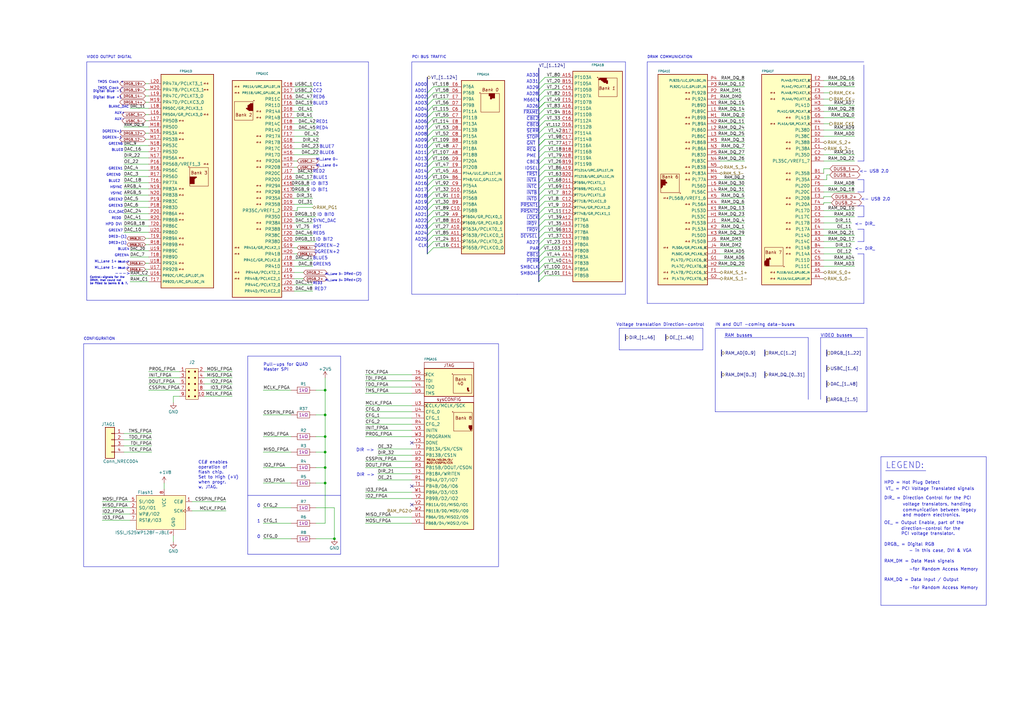
<source format=kicad_sch>
(kicad_sch (version 20230121) (generator eeschema)
  (paper "A3")
  (title_block (title "Open SVGA") (rev "0.14") (comment 1 "Copyright DoomN00b"))
  (junction (at 133.35 191.77))
  (junction (at 137.16 220.98))
  (junction (at 133.35 198.12))
  (junction (at 133.35 185.42))
  (junction (at 133.35 170.18))
  (junction (at 133.35 160.02))
  (junction (at 133.35 179.07))
  (no_connect (at 168.91 207.01))
  (no_connect (at 168.91 199.39))
  (no_connect (at 168.91 181.61))
  (bus_entry (at 177.8 91.44) (size -2.54 2.54))
  (bus_entry (at 177.8 101.6) (size -2.54 2.54))
  (bus_entry (at 177.8 50.8) (size -2.54 2.54))
  (bus_entry (at 223.52 44.45) (size -2.54 2.54))
  (bus_entry (at 177.8 68.58) (size -2.54 2.54))
  (bus_entry (at 177.8 35.56) (size -2.54 2.54))
  (bus_entry (at 177.8 78.74) (size -2.54 2.54))
  (bus_entry (at 177.8 60.96) (size -2.54 2.54))
  (bus_entry (at 223.52 64.77) (size -2.54 2.54))
  (bus_entry (at 223.52 57.15) (size -2.54 2.54))
  (bus_entry (at 220.98 97.79) (size 2.54 -2.54))
  (bus_entry (at 223.52 107.95) (size -2.54 2.54))
  (bus_entry (at 177.8 93.98) (size -2.54 2.54))
  (bus_entry (at 223.52 90.17) (size -2.54 2.54))
  (bus_entry (at 177.8 86.36) (size -2.54 2.54))
  (bus_entry (at 223.52 39.37) (size -2.54 2.54))
  (bus_entry (at 223.52 69.85) (size -2.54 2.54))
  (bus_entry (at 177.8 40.64) (size -2.54 2.54))
  (bus_entry (at 177.8 96.52) (size -2.54 2.54))
  (bus_entry (at 177.8 63.5) (size -2.54 2.54))
  (bus_entry (at 223.52 31.75) (size -2.54 2.54))
  (bus_entry (at 177.8 83.82) (size -2.54 2.54))
  (bus_entry (at 223.52 87.63) (size -2.54 2.54))
  (bus_entry (at 223.52 62.23) (size -2.54 2.54))
  (bus_entry (at 177.8 66.04) (size -2.54 2.54))
  (bus_entry (at 223.52 72.39) (size -2.54 2.54))
  (bus_entry (at 177.8 81.28) (size -2.54 2.54))
  (bus_entry (at 223.52 57.15) (size -2.54 2.54))
  (bus_entry (at 223.52 82.55) (size -2.54 2.54))
  (bus_entry (at 177.8 88.9) (size -2.54 2.54))
  (bus_entry (at 223.52 100.33) (size -2.54 2.54))
  (bus_entry (at 223.52 41.91) (size -2.54 2.54))
  (bus_entry (at 177.8 48.26) (size -2.54 2.54))
  (bus_entry (at 177.8 58.42) (size -2.54 2.54))
  (bus_entry (at 177.8 45.72) (size -2.54 2.54))
  (bus_entry (at 177.8 55.88) (size -2.54 2.54))
  (bus_entry (at 177.8 38.1) (size -2.54 2.54))
  (bus_entry (at 177.8 53.34) (size -2.54 2.54))
  (bus_entry (at 223.52 49.53) (size -2.54 2.54))
  (bus_entry (at 177.8 76.2) (size -2.54 2.54))
  (bus_entry (at 223.52 67.31) (size -2.54 2.54))
  (bus_entry (at 223.52 46.99) (size -2.54 2.54))
  (bus_entry (at 223.52 85.09) (size -2.54 2.54))
  (bus_entry (at 223.52 102.87) (size -2.54 2.54))
  (bus_entry (at 223.52 34.29) (size -2.54 2.54))
  (bus_entry (at 223.52 74.93) (size -2.54 2.54))
  (bus_entry (at 223.52 77.47) (size -2.54 2.54))
  (bus_entry (at 223.52 113.03) (size -2.54 2.54))
  (bus_entry (at 223.52 80.01) (size -2.54 2.54))
  (bus_entry (at 177.8 99.06) (size -2.54 2.54))
  (bus_entry (at 223.52 105.41) (size -2.54 2.54))
  (bus_entry (at 175.26 76.2) (size 2.54 -2.54))
  (bus_entry (at 220.98 95.25) (size 2.54 -2.54))
  (bus_entry (at 223.52 110.49) (size -2.54 2.54))
  (bus_entry (at 177.8 71.12) (size -2.54 2.54))
  (bus_entry (at 223.52 59.69) (size -2.54 2.54))
  (bus_entry (at 177.8 43.18) (size -2.54 2.54))
  (bus_entry (at 223.52 36.83) (size -2.54 2.54))
  (bus_entry (at 223.52 54.61) (size -2.54 2.54))
  (bus_entry (at 223.52 52.07) (size -2.54 2.54))
  (bus_entry (at 223.52 41.91) (size -2.54 2.54))
  (bus_entry (at 223.52 97.79) (size -2.54 2.54))
  (wire (pts (xy 107.95 179.07) (xy 119.38 179.07)))
  (wire (pts (xy 223.52 67.31) (xy 229.87 67.31)))
  (polyline (pts (xy 336.55 138.43) (xy 336.55 163.83)))
  (wire (pts (xy 184.15 60.96) (xy 177.8 60.96)))
  (bus (pts (xy 220.98 80.01) (xy 220.98 82.55)))
  (wire (pts (xy 229.87 77.47) (xy 223.52 77.47)))
  (wire (pts (xy 60.96 102.87) (xy 53.34 102.87)))
  (wire (pts (xy 73.66 160.02) (xy 60.96 160.02)))
  (bus (pts (xy 220.98 54.61) (xy 220.98 57.15)))
  (wire (pts (xy 73.66 152.4) (xy 60.96 152.4)))
  (wire (pts (xy 337.82 106.68) (xy 350.52 106.68)))
  (wire (pts (xy 107.95 191.77) (xy 119.38 191.77)))
  (wire (pts (xy 137.16 208.28) (xy 129.54 208.28)))
  (wire (pts (xy 168.91 201.93) (xy 149.86 201.93)))
  (wire (pts (xy 60.96 95.25) (xy 50.8 95.25)))
  (wire (pts (xy 50.8 180.34) (xy 62.23 180.34)))
  (wire (pts (xy 137.16 220.98) (xy 137.16 208.28)))
  (polyline (pts (xy 288.29 143.51) (xy 288.29 134.62)))
  (wire (pts (xy 295.275 60.96) (xy 305.435 60.96)))
  (bus (pts (xy 175.26 71.12) (xy 175.26 73.66)))
  (bus (pts (xy 175.26 99.06) (xy 175.26 101.6)))
  (bus (pts (xy 220.98 100.33) (xy 220.98 102.87)))
  (bus (pts (xy 220.98 39.37) (xy 220.98 41.91)))
  (wire (pts (xy 223.52 64.77) (xy 229.87 64.77)))
  (wire (pts (xy 120.65 43.18) (xy 128.27 43.18)))
  (bus (pts (xy 175.26 86.36) (xy 175.26 88.9)))
  (wire (pts (xy 177.8 43.18) (xy 184.15 43.18)))
  (wire (pts (xy 295.275 43.18) (xy 305.435 43.18)))
  (polyline (pts (xy 331.47 138.43) (xy 331.47 163.83)))
  (wire (pts (xy 184.15 66.04) (xy 177.8 66.04)))
  (wire (pts (xy 177.8 99.06) (xy 184.15 99.06)))
  (wire (pts (xy 120.65 63.5) (xy 130.81 63.5)))
  (wire (pts (xy 223.52 52.07) (xy 229.87 52.07)))
  (polyline (pts (xy 35.56 123.19) (xy 35.56 25.4)))
  (wire (pts (xy 223.52 49.53) (xy 229.87 49.53)))
  (bus (pts (xy 175.26 40.64) (xy 175.26 43.18)))
  (wire (pts (xy 60.96 72.39) (xy 50.8 72.39)))
  (wire (pts (xy 129.54 191.77) (xy 133.35 191.77)))
  (bus (pts (xy 220.98 62.23) (xy 220.98 64.77)))
  (bus (pts (xy 220.98 97.79) (xy 220.98 100.33)))
  (wire (pts (xy 119.38 160.02) (xy 107.95 160.02)))
  (polyline (pts (xy 354.33 73.66) (xy 354.33 78.74)))
  (wire (pts (xy 337.82 69.215) (xy 337.82 71.12)))
  (wire (pts (xy 223.52 31.75) (xy 229.87 31.75)))
  (wire (pts (xy 60.96 62.23) (xy 50.8 62.23)))
  (wire (pts (xy 184.15 78.74) (xy 177.8 78.74)))
  (wire (pts (xy 229.87 72.39) (xy 223.52 72.39)))
  (wire (pts (xy 184.15 55.88) (xy 177.8 55.88)))
  (wire (pts (xy 340.995 80.645) (xy 337.82 80.645)))
  (wire (pts (xy 120.65 93.98) (xy 127 93.98)))
  (polyline (pts (xy 168.91 120.65) (xy 168.91 25.4)))
  (bus (pts (xy 220.98 90.17) (xy 220.98 92.71)))
  (polyline (pts (xy 293.37 168.91) (xy 355.6 168.91)))
  (wire (pts (xy 133.35 154.94) (xy 133.35 160.02)))
  (wire (pts (xy 305.435 53.34) (xy 295.275 53.34)))
  (wire (pts (xy 149.86 212.09) (xy 168.91 212.09)))
  (wire (pts (xy 73.66 154.94) (xy 60.96 154.94)))
  (bus (pts (xy 175.26 58.42) (xy 175.26 60.96)))
  (wire (pts (xy 60.96 80.01) (xy 50.8 80.01)))
  (wire (pts (xy 168.91 158.75) (xy 149.86 158.75)))
  (polyline (pts (xy 254 143.51) (xy 254 134.62)))
  (wire (pts (xy 223.52 105.41) (xy 229.87 105.41)))
  (wire (pts (xy 60.96 82.55) (xy 50.8 82.55)))
  (wire (pts (xy 119.38 208.28) (xy 107.95 208.28)))
  (bus (pts (xy 175.26 31.75) (xy 175.26 38.1)))
  (bus (pts (xy 339.09 156.21) (xy 339.09 158.75)))
  (wire (pts (xy 133.35 170.18) (xy 133.35 179.07)))
  (bus (pts (xy 220.98 92.71) (xy 220.98 95.25)))
  (polyline (pts (xy 265.43 25.4) (xy 354.33 25.4)))
  (wire (pts (xy 337.82 50.8) (xy 340.36 50.8)))
  (wire (pts (xy 120.65 66.04) (xy 121.92 66.04)))
  (wire (pts (xy 83.82 162.56) (xy 95.25 162.56)))
  (wire (pts (xy 120.65 60.96) (xy 130.81 60.96)))
  (wire (pts (xy 120.65 109.22) (xy 128.27 109.22)))
  (polyline (pts (xy 168.91 25.4) (xy 256.54 25.4)))
  (polyline (pts (xy 265.43 124.46) (xy 265.43 25.4)))
  (wire (pts (xy 184.15 83.82) (xy 177.8 83.82)))
  (bus (pts (xy 220.98 72.39) (xy 220.98 74.93)))
  (wire (pts (xy 295.275 35.56) (xy 305.435 35.56)))
  (wire (pts (xy 53.34 213.36) (xy 41.91 213.36)))
  (wire (pts (xy 120.65 50.8) (xy 129.54 50.8)))
  (wire (pts (xy 177.8 38.1) (xy 184.15 38.1)))
  (wire (pts (xy 62.23 185.42) (xy 50.8 185.42)))
  (wire (pts (xy 60.96 69.85) (xy 50.8 69.85)))
  (wire (pts (xy 83.82 157.48) (xy 95.25 157.48)))
  (polyline (pts (xy 404.495 187.325) (xy 404.495 248.285)))
  (wire (pts (xy 60.96 59.69) (xy 50.8 59.69)))
  (wire (pts (xy 120.65 111.76) (xy 124.46 111.76)))
  (wire (pts (xy 53.34 113.03) (xy 60.96 113.03)))
  (wire (pts (xy 149.86 166.37) (xy 168.91 166.37)))
  (wire (pts (xy 304.165 40.64) (xy 295.275 40.64)))
  (wire (pts (xy 168.91 194.31) (xy 154.94 194.31)))
  (wire (pts (xy 120.65 78.74) (xy 127 78.74)))
  (wire (pts (xy 133.35 170.18) (xy 133.35 160.02)))
  (bus (pts (xy 175.26 88.9) (xy 175.26 91.44)))
  (wire (pts (xy 133.35 191.77) (xy 133.35 198.12)))
  (polyline (pts (xy 101.6 203.2) (xy 139.7 203.2)))
  (wire (pts (xy 154.94 184.15) (xy 168.91 184.15)))
  (wire (pts (xy 304.165 38.1) (xy 295.275 38.1)))
  (wire (pts (xy 339.09 71.755) (xy 340.36 71.755)))
  (wire (pts (xy 154.94 186.69) (xy 168.91 186.69)))
  (bus (pts (xy 175.26 66.04) (xy 175.26 68.58)))
  (wire (pts (xy 168.91 176.53) (xy 149.86 176.53)))
  (polyline (pts (xy 351.79 104.14) (xy 354.33 104.14)))
  (wire (pts (xy 295.275 106.68) (xy 305.435 106.68)))
  (bus (pts (xy 220.98 67.31) (xy 220.98 69.85)))
  (wire (pts (xy 50.8 52.07) (xy 60.96 52.07)))
  (wire (pts (xy 129.54 220.98) (xy 137.16 220.98)))
  (polyline (pts (xy 212.09 120.65) (xy 168.91 120.65)))
  (wire (pts (xy 295.275 104.14) (xy 305.435 104.14)))
  (bus (pts (xy 175.26 48.26) (xy 175.26 50.8)))
  (wire (pts (xy 223.52 54.61) (xy 229.87 54.61)))
  (wire (pts (xy 129.54 214.63) (xy 133.35 214.63)))
  (bus (pts (xy 220.98 69.85) (xy 220.98 72.39)))
  (wire (pts (xy 295.275 78.74) (xy 305.435 78.74)))
  (bus (pts (xy 175.26 76.2) (xy 175.26 78.74)))
  (wire (pts (xy 184.15 68.58) (xy 177.8 68.58)))
  (wire (pts (xy 337.82 63.5) (xy 350.52 63.5)))
  (wire (pts (xy 60.96 100.33) (xy 59.69 100.33)))
  (wire (pts (xy 223.52 34.29) (xy 229.87 34.29)))
  (bus (pts (xy 220.98 95.25) (xy 220.98 97.79)))
  (polyline (pts (xy 361.315 248.285) (xy 361.315 187.325)))
  (wire (pts (xy 168.91 168.91) (xy 149.86 168.91)))
  (wire (pts (xy 60.96 87.63) (xy 50.8 87.63)))
  (polyline (pts (xy 151.13 25.4) (xy 151.13 123.19)))
  (bus (pts (xy 175.26 50.8) (xy 175.26 53.34)))
  (bus (pts (xy 220.98 36.83) (xy 220.98 39.37)))
  (bus (pts (xy 220.98 49.53) (xy 220.98 52.07)))
  (polyline (pts (xy 379.73 193.04) (xy 363.22 193.04)))
  (wire (pts (xy 229.87 87.63) (xy 223.52 87.63)))
  (wire (pts (xy 337.82 80.645) (xy 337.82 81.28)))
  (polyline (pts (xy 256.54 120.65) (xy 256.54 25.4)))
  (wire (pts (xy 120.65 106.68) (xy 128.27 106.68)))
  (bus (pts (xy 220.98 27.94) (xy 220.98 34.29)))
  (wire (pts (xy 339.09 71.755) (xy 339.09 73.66)))
  (wire (pts (xy 177.8 35.56) (xy 184.15 35.56)))
  (wire (pts (xy 133.35 214.63) (xy 133.35 198.12)))
  (wire (pts (xy 129.54 170.18) (xy 133.35 170.18)))
  (wire (pts (xy 120.65 86.36) (xy 121.92 86.36)))
  (wire (pts (xy 120.65 48.26) (xy 128.27 48.26)))
  (wire (pts (xy 223.52 90.17) (xy 229.87 90.17)))
  (bus (pts (xy 220.98 57.15) (xy 220.98 59.69)))
  (wire (pts (xy 59.69 39.37) (xy 60.96 39.37)))
  (wire (pts (xy 60.96 105.41) (xy 53.34 105.41)))
  (wire (pts (xy 223.52 59.69) (xy 229.87 59.69)))
  (wire (pts (xy 120.65 81.28) (xy 128.27 81.28)))
  (wire (pts (xy 184.15 50.8) (xy 177.8 50.8)))
  (polyline (pts (xy 139.7 146.05) (xy 139.7 227.33)))
  (wire (pts (xy 60.96 77.47) (xy 50.8 77.47)))
  (bus (pts (xy 175.26 60.96) (xy 175.26 63.5)))
  (wire (pts (xy 120.65 53.34) (xy 129.54 53.34)))
  (wire (pts (xy 223.52 102.87) (xy 229.87 102.87)))
  (wire (pts (xy 337.82 33.02) (xy 350.52 33.02)))
  (bus (pts (xy 175.26 53.34) (xy 175.26 55.88)))
  (wire (pts (xy 337.82 78.74) (xy 350.52 78.74)))
  (bus (pts (xy 220.98 64.77) (xy 220.98 67.31)))
  (wire (pts (xy 129.54 185.42) (xy 133.35 185.42)))
  (wire (pts (xy 339.09 73.66) (xy 337.82 73.66)))
  (wire (pts (xy 168.91 204.47) (xy 149.86 204.47)))
  (wire (pts (xy 60.96 85.09) (xy 50.8 85.09)))
  (wire (pts (xy 337.82 91.44) (xy 349.25 91.44)))
  (bus (pts (xy 175.26 55.88) (xy 175.26 58.42)))
  (wire (pts (xy 120.65 45.72) (xy 128.27 45.72)))
  (bus (pts (xy 175.26 91.44) (xy 175.26 93.98)))
  (wire (pts (xy 337.82 48.26) (xy 350.52 48.26)))
  (wire (pts (xy 337.82 35.56) (xy 350.52 35.56)))
  (wire (pts (xy 177.8 48.26) (xy 184.15 48.26)))
  (wire (pts (xy 295.275 66.04) (xy 305.435 66.04)))
  (wire (pts (xy 305.435 55.88) (xy 295.275 55.88)))
  (wire (pts (xy 337.82 109.22) (xy 350.52 109.22)))
  (polyline (pts (xy 354.33 124.46) (xy 265.43 124.46)))
  (bus (pts (xy 220.98 113.03) (xy 220.98 115.57)))
  (wire (pts (xy 223.52 107.95) (xy 229.87 107.95)))
  (wire (pts (xy 223.52 36.83) (xy 229.87 36.83)))
  (polyline (pts (xy 35.56 25.4) (xy 151.13 25.4)))
  (wire (pts (xy 120.65 68.58) (xy 121.92 68.58)))
  (wire (pts (xy 304.165 101.6) (xy 295.275 101.6)))
  (wire (pts (xy 120.65 104.14) (xy 121.92 104.14)))
  (wire (pts (xy 60.96 92.71) (xy 50.8 92.71)))
  (wire (pts (xy 184.15 101.6) (xy 177.8 101.6)))
  (bus (pts (xy 220.98 44.45) (xy 220.98 46.99)))
  (bus (pts (xy 175.26 68.58) (xy 175.26 71.12)))
  (wire (pts (xy 60.96 36.83) (xy 59.69 36.83)))
  (polyline (pts (xy 101.6 227.33) (xy 139.7 227.33)))
  (polyline (pts (xy 101.6 146.05) (xy 101.6 227.33)))
  (polyline (pts (xy 212.09 120.65) (xy 212.09 120.65)))
  (wire (pts (xy 295.275 88.9) (xy 305.435 88.9)))
  (bus (pts (xy 220.98 52.07) (xy 220.98 54.61)))
  (wire (pts (xy 184.15 71.12) (xy 177.8 71.12)))
  (wire (pts (xy 149.86 189.23) (xy 168.91 189.23)))
  (wire (pts (xy 337.82 86.36) (xy 350.52 86.36)))
  (wire (pts (xy 295.275 83.82) (xy 305.435 83.82)))
  (wire (pts (xy 337.82 96.52) (xy 350.52 96.52)))
  (bus (pts (xy 220.98 105.41) (xy 220.98 107.95)))
  (wire (pts (xy 50.8 177.8) (xy 62.23 177.8)))
  (wire (pts (xy 337.82 45.72) (xy 350.52 45.72)))
  (wire (pts (xy 177.8 45.72) (xy 184.15 45.72)))
  (wire (pts (xy 229.87 82.55) (xy 223.52 82.55)))
  (wire (pts (xy 53.34 210.82) (xy 41.91 210.82)))
  (bus (pts (xy 295.91 152.4) (xy 295.91 154.94)))
  (wire (pts (xy 337.82 83.185) (xy 337.82 83.82)))
  (wire (pts (xy 223.52 92.71) (xy 229.87 92.71)))
  (bus (pts (xy 220.98 110.49) (xy 220.98 113.03)))
  (wire (pts (xy 60.96 74.93) (xy 50.8 74.93)))
  (wire (pts (xy 337.82 76.2) (xy 350.52 76.2)))
  (wire (pts (xy 223.52 97.79) (xy 229.87 97.79)))
  (wire (pts (xy 60.96 34.29) (xy 59.69 34.29)))
  (polyline (pts (xy 354.33 104.14) (xy 354.33 124.46)))
  (wire (pts (xy 83.82 160.02) (xy 95.25 160.02)))
  (wire (pts (xy 337.82 55.88) (xy 350.52 55.88)))
  (polyline (pts (xy 354.33 138.43) (xy 336.55 138.43)))
  (wire (pts (xy 119.38 185.42) (xy 107.95 185.42)))
  (wire (pts (xy 73.66 162.56) (xy 71.12 162.56)))
  (polyline (pts (xy 354.33 93.98) (xy 354.33 99.06)))
  (polyline (pts (xy 354.33 66.04) (xy 354.33 26.67)))
  (bus (pts (xy 175.26 43.18) (xy 175.26 45.72)))
  (bus (pts (xy 175.26 73.66) (xy 175.26 76.2)))
  (wire (pts (xy 60.96 67.31) (xy 50.8 67.31)))
  (wire (pts (xy 120.65 116.84) (xy 128.27 116.84)))
  (wire (pts (xy 168.91 156.21) (xy 149.86 156.21)))
  (polyline (pts (xy 361.315 187.325) (xy 404.495 187.325)))
  (wire (pts (xy 295.275 91.44) (xy 305.435 91.44)))
  (polyline (pts (xy 351.79 93.98) (xy 354.33 93.98)))
  (wire (pts (xy 304.165 99.06) (xy 295.275 99.06)))
  (bus (pts (xy 175.26 81.28) (xy 175.26 83.82)))
  (wire (pts (xy 120.65 55.88) (xy 130.81 55.88)))
  (wire (pts (xy 119.38 170.18) (xy 107.95 170.18)))
  (wire (pts (xy 60.96 54.61) (xy 59.69 54.61)))
  (bus (pts (xy 313.69 152.4) (xy 313.69 154.94)))
  (polyline (pts (xy 404.495 248.285) (xy 361.315 248.285)))
  (polyline (pts (xy 254 134.62) (xy 288.29 134.62)))
  (bus (pts (xy 175.26 96.52) (xy 175.26 99.06)))
  (wire (pts (xy 223.52 57.15) (xy 229.87 57.15)))
  (wire (pts (xy 60.96 107.95) (xy 59.69 107.95)))
  (wire (pts (xy 149.86 214.63) (xy 168.91 214.63)))
  (polyline (pts (xy 254 143.51) (xy 288.29 143.51)))
  (wire (pts (xy 60.96 90.17) (xy 50.8 90.17)))
  (wire (pts (xy 71.12 219.71) (xy 71.12 222.25)))
  (wire (pts (xy 53.34 205.74) (xy 41.91 205.74)))
  (polyline (pts (xy 354.33 66.04) (xy 351.79 66.04)))
  (wire (pts (xy 184.15 76.2) (xy 177.8 76.2)))
  (wire (pts (xy 295.275 63.5) (xy 305.435 63.5)))
  (wire (pts (xy 184.15 73.66) (xy 177.8 73.66)))
  (wire (pts (xy 295.275 109.22) (xy 305.435 109.22)))
  (wire (pts (xy 184.15 63.5) (xy 177.8 63.5)))
  (bus (pts (xy 175.26 38.1) (xy 175.26 40.64)))
  (wire (pts (xy 337.82 66.04) (xy 350.52 66.04)))
  (wire (pts (xy 337.82 40.64) (xy 340.36 40.64)))
  (wire (pts (xy 120.65 96.52) (xy 128.27 96.52)))
  (wire (pts (xy 177.8 91.44) (xy 184.15 91.44)))
  (wire (pts (xy 337.82 53.34) (xy 350.52 53.34)))
  (wire (pts (xy 78.74 209.55) (xy 92.71 209.55)))
  (wire (pts (xy 128.27 35.56) (xy 120.65 35.56)))
  (wire (pts (xy 53.34 115.57) (xy 60.96 115.57)))
  (wire (pts (xy 60.96 57.15) (xy 59.69 57.15)))
  (bus (pts (xy 339.09 149.86) (xy 339.09 152.4)))
  (polyline (pts (xy 297.18 138.43) (xy 331.47 138.43)))
  (wire (pts (xy 78.74 205.74) (xy 92.71 205.74)))
  (wire (pts (xy 107.95 214.63) (xy 119.38 214.63)))
  (wire (pts (xy 177.8 88.9) (xy 184.15 88.9)))
  (wire (pts (xy 120.65 73.66) (xy 128.27 73.66)))
  (wire (pts (xy 184.15 81.28) (xy 177.8 81.28)))
  (wire (pts (xy 133.35 185.42) (xy 133.35 191.77)))
  (wire (pts (xy 120.65 83.82) (xy 128.27 83.82)))
  (wire (pts (xy 337.82 99.06) (xy 350.52 99.06)))
  (wire (pts (xy 177.8 96.52) (xy 184.15 96.52)))
  (polyline (pts (xy 293.37 134.62) (xy 293.37 168.91)))
  (bus (pts (xy 220.98 74.93) (xy 220.98 77.47)))
  (wire (pts (xy 337.82 93.98) (xy 349.25 93.98)))
  (polyline (pts (xy 354.33 84.455) (xy 354.33 88.9)))
  (bus (pts (xy 175.26 83.82) (xy 175.26 86.36)))
  (wire (pts (xy 295.275 86.36) (xy 305.435 86.36)))
  (wire (pts (xy 59.69 41.91) (xy 60.96 41.91)))
  (wire (pts (xy 223.52 110.49) (xy 229.87 110.49)))
  (wire (pts (xy 223.52 44.45) (xy 229.87 44.45)))
  (wire (pts (xy 337.82 101.6) (xy 349.25 101.6)))
  (wire (pts (xy 120.65 76.2) (xy 127 76.2)))
  (bus (pts (xy 273.05 137.16) (xy 273.05 139.7)))
  (wire (pts (xy 120.65 91.44) (xy 128.27 91.44)))
  (wire (pts (xy 83.82 154.94) (xy 95.25 154.94)))
  (wire (pts (xy 337.82 38.1) (xy 340.36 38.1)))
  (polyline (pts (xy 101.6 146.05) (xy 139.7 146.05)))
  (wire (pts (xy 177.8 93.98) (xy 184.15 93.98)))
  (bus (pts (xy 313.69 143.51) (xy 313.69 146.05)))
  (bus (pts (xy 220.98 41.91) (xy 220.98 44.45)))
  (polyline (pts (xy 354.33 78.74) (xy 351.79 78.74)))
  (bus (pts (xy 339.09 162.56) (xy 339.09 165.1)))
  (wire (pts (xy 71.12 162.56) (xy 71.12 165.1)))
  (polyline (pts (xy 355.6 168.91) (xy 355.6 134.62)))
  (wire (pts (xy 295.275 50.8) (xy 305.435 50.8)))
  (wire (pts (xy 120.65 58.42) (xy 130.81 58.42)))
  (wire (pts (xy 129.54 160.02) (xy 133.35 160.02)))
  (wire (pts (xy 229.87 113.03) (xy 223.52 113.03)))
  (wire (pts (xy 60.96 44.45) (xy 53.34 44.45)))
  (bus (pts (xy 220.98 59.69) (xy 220.98 62.23)))
  (wire (pts (xy 67.31 198.12) (xy 67.31 200.66)))
  (wire (pts (xy 184.15 86.36) (xy 177.8 86.36)))
  (wire (pts (xy 223.52 62.23) (xy 229.87 62.23)))
  (wire (pts (xy 119.38 198.12) (xy 107.95 198.12)))
  (wire (pts (xy 168.91 171.45) (xy 149.86 171.45)))
  (wire (pts (xy 50.8 182.88) (xy 62.23 182.88)))
  (wire (pts (xy 229.87 69.85) (xy 223.52 69.85)))
  (wire (pts (xy 229.87 85.09) (xy 223.52 85.09)))
  (wire (pts (xy 168.91 179.07) (xy 149.86 179.07)))
  (wire (pts (xy 73.66 157.48) (xy 60.96 157.48)))
  (wire (pts (xy 120.65 119.38) (xy 128.27 119.38)))
  (wire (pts (xy 120.65 71.12) (xy 128.27 71.12)))
  (polyline (pts (xy 351.79 73.66) (xy 354.33 73.66)))
  (wire (pts (xy 229.87 74.93) (xy 223.52 74.93)))
  (bus (pts (xy 256.54 137.16) (xy 256.54 139.7)))
  (wire (pts (xy 184.15 53.34) (xy 177.8 53.34)))
  (wire (pts (xy 229.87 80.01) (xy 223.52 80.01)))
  (bus (pts (xy 295.91 143.51) (xy 295.91 146.05)))
  (wire (pts (xy 120.65 40.64) (xy 128.27 40.64)))
  (wire (pts (xy 295.275 76.2) (xy 305.435 76.2)))
  (wire (pts (xy 295.275 93.98) (xy 305.435 93.98)))
  (wire (pts (xy 60.96 110.49) (xy 59.69 110.49)))
  (wire (pts (xy 295.275 96.52) (xy 305.435 96.52)))
  (wire (pts (xy 83.82 152.4) (xy 95.25 152.4)))
  (bus (pts (xy 175.26 101.6) (xy 175.26 104.14)))
  (polyline (pts (xy 354.33 88.9) (xy 351.79 88.9)))
  (polyline (pts (xy 293.37 134.62) (xy 355.6 134.62)))
  (wire (pts (xy 295.275 48.26) (xy 305.435 48.26)))
  (wire (pts (xy 223.52 100.33) (xy 229.87 100.33)))
  (wire (pts (xy 119.38 220.98) (xy 107.95 220.98)))
  (wire (pts (xy 295.275 33.02) (xy 305.435 33.02)))
  (wire (pts (xy 340.995 83.185) (xy 337.82 83.185)))
  (wire (pts (xy 340.36 69.215) (xy 337.82 69.215)))
  (wire (pts (xy 337.82 43.18) (xy 350.52 43.18)))
  (bus (pts (xy 220.98 82.55) (xy 220.98 85.09)))
  (bus (pts (xy 220.98 107.95) (xy 220.98 110.49)))
  (wire (pts (xy 168.91 161.29) (xy 149.86 161.29)))
  (wire (pts (xy 295.275 45.72) (xy 305.435 45.72)))
  (wire (pts (xy 60.96 46.99) (xy 59.69 46.99)))
  (bus (pts (xy 220.98 102.87) (xy 220.98 105.41)))
  (bus (pts (xy 220.98 87.63) (xy 220.98 90.17)))
  (polyline (pts (xy 151.13 123.19) (xy 35.56 123.19)))
  (bus (pts (xy 220.98 85.09) (xy 220.98 87.63)))
  (wire (pts (xy 168.91 191.77) (xy 149.86 191.77)))
  (wire (pts (xy 223.52 46.99) (xy 229.87 46.99)))
  (wire (pts (xy 120.65 99.06) (xy 129.54 99.06)))
  (wire (pts (xy 60.96 49.53) (xy 59.69 49.53)))
  (wire (pts (xy 60.96 64.77) (xy 50.8 64.77)))
  (bus (pts (xy 339.09 143.51) (xy 339.09 146.05)))
  (polyline (pts (xy 212.09 120.65) (xy 256.54 120.65)))
  (wire (pts (xy 121.92 85.09) (xy 128.27 85.09)))
  (wire (pts (xy 337.82 88.9) (xy 350.52 88.9)))
  (bus (pts (xy 220.98 77.47) (xy 220.98 80.01)))
  (wire (pts (xy 223.52 41.91) (xy 229.87 41.91)))
  (bus (pts (xy 220.98 46.99) (xy 220.98 49.53)))
  (wire (pts (xy 129.54 198.12) (xy 133.35 198.12)))
  (wire (pts (xy 149.86 153.67) (xy 168.91 153.67)))
  (wire (pts (xy 295.275 58.42) (xy 305.435 58.42)))
  (wire (pts (xy 223.52 39.37) (xy 229.87 39.37)))
  (wire (pts (xy 223.52 95.25) (xy 229.87 95.25)))
  (wire (pts (xy 337.82 104.14) (xy 349.25 104.14)))
  (wire (pts (xy 168.91 173.99) (xy 149.86 173.99)))
  (bus (pts (xy 175.26 78.74) (xy 175.26 81.28)))
  (wire (pts (xy 60.96 97.79) (xy 59.69 97.79)))
  (bus (pts (xy 175.26 45.72) (xy 175.26 48.26)))
  (wire (pts (xy 295.275 73.66) (xy 305.435 73.66)))
  (bus (pts (xy 175.26 93.98) (xy 175.26 96.52)))
  (bus (pts (xy 220.98 34.29) (xy 220.98 36.83)))
  (wire (pts (xy 121.92 86.36) (xy 121.92 85.09)))
  (wire (pts (xy 129.54 179.07) (xy 133.35 179.07)))
  (wire (pts (xy 177.8 40.64) (xy 184.15 40.64)))
  (polyline (pts (xy 354.33 99.06) (xy 351.79 99.06)))
  (wire (pts (xy 295.275 81.28) (xy 305.435 81.28)))
  (wire (pts (xy 120.65 88.9) (xy 129.54 88.9)))
  (wire (pts (xy 184.15 58.42) (xy 177.8 58.42)))
  (wire (pts (xy 128.27 38.1) (xy 120.65 38.1)))
  (bus (pts (xy 175.26 63.5) (xy 175.26 66.04)))
  (wire (pts (xy 168.91 196.85) (xy 154.94 196.85)))
  (wire (pts (xy 120.65 114.3) (xy 124.46 114.3)))
  (wire (pts (xy 120.65 101.6) (xy 121.92 101.6)))
  (polyline (pts (xy 351.79 84.455) (xy 354.33 84.455)))
  (wire (pts (xy 133.35 179.07) (xy 133.35 185.42)))
  (wire (pts (xy 53.34 208.28) (xy 41.91 208.28)))
  (rectangle (start 34.29 140.97) (end 204.47 232.41))
  (text "AD12" (at 170.18 68.58 0) (effects (font (size 1.27 1.27)) (justify left bottom)))
  (text "<- USB 2.0" (at 352.425 71.12 0) (effects (font (size 1.27 1.27)) (justify left bottom)))
  (text "DGREEN+2" (at 128.905 104.14 0) (effects (font (size 1.27 1.27)) (justify left bottom)))
  (text "RED6" (at 128.27 40.64 0) (effects (font (size 1.27 1.27)) (justify left bottom)))
  (text "DGREEN+1" (at 41.91 54.61 0) (effects (font (size 0.9906 0.9906)) (justify left bottom)))
  (text "~{DEVSEL}" (at 213.36 97.79 0) (effects (font (size 1.27 1.27)) (justify left bottom)))
  (text "AD02" (at 170.18 40.64 0) (effects (font (size 1.27 1.27)) (justify left bottom)))
  (text "SMBCLK" (at 213.36 110.49 0) (effects (font (size 1.27 1.27)) (justify left bottom)))
  (text "HPD DVI" (at 43.18 92.71 0) (effects (font (size 1.0922 1.0922)) (justify left bottom)))
  (text "AD00" (at 170.18 35.56 0) (effects (font (size 1.27 1.27)) (justify left bottom)))
  (text "AD14" (at 170.18 71.12 0) (effects (font (size 1.27 1.27)) (justify left bottom)))
  (text "ID BIT3" (at 134.62 76.2 0) (effects (font (size 1.27 1.27)) (justify right bottom)))
  (text "SMBDAT" (at 213.36 113.03 0) (effects (font (size 1.27 1.27)) (justify left bottom)))
  (text "~{INTD}" (at 215.9 82.55 0) (effects (font (size 1.27 1.27)) (justify left bottom)))
  (text "CLK_DAC" (at 44.45 87.63 0) (effects (font (size 0.9906 0.9906)) (justify left bottom)))
  (text "~{CBE1}" (at 215.9 105.41 0) (effects (font (size 1.27 1.27)) (justify left bottom)))
  (text "~{INTB}" (at 215.9 80.01 0) (effects (font (size 1.27 1.27)) (justify left bottom)))
  (text "RED0" (at 45.72 90.17 0) (effects (font (size 0.9906 0.9906)) (justify left bottom)))
  (text "<- USB 2.0" (at 353.06 82.55 0) (effects (font (size 1.27 1.27)) (justify left bottom)))
  (text "AD07" (at 170.18 53.34 0) (effects (font (size 1.27 1.27)) (justify left bottom)))
  (text "AD01" (at 170.18 38.1 0) (effects (font (size 1.27 1.27)) (justify left bottom)))
  (text "AD26" (at 215.9 44.45 0) (effects (font (size 1.27 1.27)) (justify left bottom)))
  (text "DGREEN-1" (at 41.91 57.15 0) (effects (font (size 0.9906 0.9906)) (justify left bottom)))
  (text "-for Random Access Memory" (at 372.745 234.315 0) (effects (font (size 1.27 1.27)) (justify left bottom)))
  (text "CC1" (at 128.27 35.56 0) (effects (font (size 1.27 1.27)) (justify left bottom)))
  (text "ID BIT2" (at 129.54 99.06 0) (effects (font (size 1.27 1.27)) (justify left bottom)))
  (text "ID BIT0" (at 137.16 88.9 0) (effects (font (size 1.27 1.27)) (justify right bottom)))
  (text "GREEN6" (at 44.45 59.69 0) (effects (font (size 0.9906 0.9906)) (justify left bottom)))
  (text "AD17" (at 170.18 78.74 0) (effects (font (size 1.27 1.27)) (justify left bottom)))
  (text "0" (at 105.41 220.98 0) (effects (font (size 1.27 1.27)) (justify left bottom)))
  (text "BLUE3" (at 128.27 43.18 0) (effects (font (size 1.27 1.27)) (justify left bottom)))
  (text "GREEN7" (at 44.45 95.25 0) (effects (font (size 0.9906 0.9906)) (justify left bottom)))
  (text "HSYNC" (at 50.165 77.47 0) (effects (font (size 0.9906 0.9906)) (justify right bottom)))
  (text "ML_Lane 3-" (at 133.35 113.03 0) (effects (font (size 0.7874 0.7874)) (justify left bottom)))
  (text "AD25" (at 170.18 99.06 0) (effects (font (size 1.27 1.27)) (justify left bottom)))
  (text "AD29" (at 215.9 36.83 0) (effects (font (size 1.27 1.27)) (justify left bottom)))
  (text "<- DIR_" (at 350.52 102.87 0) (effects (font (size 1.27 1.27)) (justify left bottom)))
  (text "HPD = Hot Plug Detect" (at 362.585 198.755 0) (effects (font (size 1.27 1.27)) (justify left bottom)))
  (text "DBLUE-2" (at 48.26 110.49 0) (effects (font (size 0.635 0.635)) (justify left bottom)))
  (text "Digital Blue -1" (at 38.1 38.1 0) (effects (font (size 0.9906 0.9906)) (justify left bottom)))
  (text "PME" (at 215.9 64.77 0) (effects (font (size 1.27 1.27)) (justify left bottom)))
  (text "RED5" (at 128.27 96.52 0) (effects (font (size 1.27 1.27)) (justify left bottom)))
  (text "ML_Lane 0+" (at 129.54 68.58 0) (effects (font (size 0.9906 0.9906)) (justify left bottom)))
  (text "GREEN4" (at 46.99 105.41 0) (effects (font (size 0.9906 0.9906)) (justify left bottom)))
  (text "RED1" (at 129.54 50.8 0) (effects (font (size 1.27 1.27)) (justify left bottom)))
  (text "AD22" (at 170.18 91.44 0) (effects (font (size 1.27 1.27)) (justify left bottom)))
  (text "CE# enables \noperation of \nflash chip.\nSet to High (+V) \nwhen progr.\nw. JTAG." (at 81.28 200.66 0) (effects (font (size 1.27 1.27)) (justify left bottom)))
  (text "BLUE0" (at 45.72 62.23 0) (effects (font (size 0.9906 0.9906)) (justify left bottom)))
  (text "PCI BUS TRAFFIC" (at 168.91 24.13 0) (effects (font (size 1.0922 1.0922)) (justify left bottom)))
  (text "AD08" (at 170.18 55.88 0) (effects (font (size 1.27 1.27)) (justify left bottom)))
  (text "Pull-ups for QUAD\nMaster SPI" (at 107.95 152.4 0) (effects (font (size 1.27 1.27)) (justify left bottom)))
  (text "BLUE5" (at 128.27 106.68 0) (effects (font (size 1.27 1.27)) (justify left bottom)))
  (text "DRed-(2)" (at 140.97 113.03 0) (effects (font (size 0.9906 0.9906)) (justify left bottom)))
  (text "~{SERR}" (at 215.9 54.61 0) (effects (font (size 1.27 1.27)) (justify left bottom)))
  (text "CC2\n" (at 128.27 38.1 0) (effects (font (size 1.27 1.27)) (justify left bottom)))
  (text "~{PRSNT2}" (at 213.36 87.63 0) (effects (font (size 1.27 1.27)) (justify left bottom)))
  (text "SYNC_DAC" (at 128.27 91.44 0) (effects (font (size 1.27 1.27)) (justify left bottom)))
  (text "AD18" (at 170.18 81.28 0) (effects (font (size 1.27 1.27)) (justify left bottom)))
  (text "CONFIGURATION" (at 34.29 139.7 0) (effects (font (size 1.0922 1.0922)) (justify left bottom)))
  (text "DRED-(1)" (at 44.45 97.79 0) (effects (font (size 0.9906 0.9906)) (justify left bottom)))
  (text "GREEN3\n" (at 44.45 85.09 0) (effects (font (size 0.9906 0.9906)) (justify left bottom)))
  (text "AD20" (at 170.18 86.36 0) (effects (font (size 1.27 1.27)) (justify left bottom)))
  (text "AD30" (at 215.9 31.75 0) (effects (font (size 1.27 1.27)) (justify left bottom)))
  (text "AD15" (at 170.18 73.66 0) (effects (font (size 1.27 1.27)) (justify left bottom)))
  (text "DRED+(1)" (at 44.45 100.33 0) (effects (font (size 0.9906 0.9906)) (justify left bottom)))
  (text "~{STOP}" (at 215.9 57.15 0) (effects (font (size 1.27 1.27)) (justify left bottom)))
  (text "AD11" (at 170.18 63.5 0) (effects (font (size 1.27 1.27)) (justify left bottom)))
  (text "DRed+(2)" (at 140.97 115.57 0) (effects (font (size 0.9906 0.9906)) (justify left bottom)))
  (text "~{IRDY}" (at 215.9 92.71 0) (effects (font (size 1.27 1.27)) (justify left bottom)))
  (text "RED3" (at 128.27 116.84 0) (effects (font (size 0.9906 0.9906)) (justify left bottom)))
  (text "IDSEL" (at 215.265 69.85 0) (effects (font (size 1.27 1.27)) (justify left bottom)))
  (text "AD10" (at 170.18 60.96 0) (effects (font (size 1.27 1.27)) (justify left bottom)))
  (text "TMDS Clock +\n" (at 40.005 34.29 0) (effects (font (size 0.9906 0.9906)) (justify left bottom)))
  (text "CLK" (at 175.26 101.6 0) (effects (font (size 1.27 1.27)) (justify right bottom)))
  (text "ML_Lane 1+" (at 38.735 107.95 0) (effects (font (size 0.9906 0.9906)) (justify left bottom)))
  (text "RED7" (at 128.905 119.38 0) (effects (font (size 1.27 1.27)) (justify left bottom)))
  (text "AD21" (at 170.18 88.9 0) (effects (font (size 1.27 1.27)) (justify left bottom)))
  (text "~{GNT}" (at 215.9 59.69 0) (effects (font (size 1.27 1.27)) (justify left bottom)))
  (text "ML_Lane 3+" (at 133.35 115.57 0) (effects (font (size 0.7874 0.7874)) (justify left bottom)))
  (text "RST" (at 128.27 93.98 0) (effects (font (size 1.27 1.27)) (justify left bottom)))
  (text "DGREEN-2" (at 128.905 101.6 0) (effects (font (size 1.27 1.27)) (justify left bottom)))
  (text "AD13" (at 170.18 66.04 0) (effects (font (size 1.27 1.27)) (justify left bottom)))
  (text "AD05" (at 170.18 48.26 0) (effects (font (size 1.27 1.27)) (justify left bottom)))
  (text "~{INTC}" (at 215.9 77.47 0) (effects (font (size 1.27 1.27)) (justify left bottom)))
  (text "AD04" (at 170.18 45.72 0) (effects (font (size 1.27 1.27)) (justify left bottom)))
  (text "BLUE7" (at 137.16 60.96 0) (effects (font (size 1.27 1.27)) (justify right bottom)))
  (text "AD16" (at 170.18 76.2 0) (effects (font (size 1.27 1.27)) (justify left bottom)))
  (text "GREEN0" (at 49.53 72.39 0) (effects (font (size 0.9906 0.9906)) (justify right bottom)))
  (text "BLANC_DAC" (at 44.45 44.45 0) (effects (font (size 0.9906 0.9906)) (justify left bottom)))
  (text "AD27" (at 215.9 100.33 0) (effects (font (size 1.27 1.27)) (justify left bottom)))
  (text "~{REQ}" (at 215.9 62.23 0) (effects (font (size 1.27 1.27)) (justify left bottom)))
  (text "DBLUE+2" (at 48.26 107.95 0) (effects (font (size 0.635 0.635)) (justify left bottom)))
  (text "0" (at 105.41 208.28 0) (effects (font (size 1.27 1.27)) (justify left bottom)))
  (text "Voltage translation Direction-control" (at 252.73 133.985 0) (effects (font (size 1.27 1.27)) (justify left bottom)))
  (text "ML_Lane 1-" (at 38.735 110.49 0) (effects (font (size 0.9906 0.9906)) (justify left bottom)))
  (text "DRGB_ = Digital RGB \n" (at 362.585 224.155 0) (effects (font (size 1.27 1.27)) (justify left bottom)))
  (text "Digital Blue +1" (at 38.1 40.64 0) (effects (font (size 0.9906 0.9906)) (justify left bottom)))
  (text "VT_ = PCI Voltage Translated signals" (at 363.22 201.295 0) (effects (font (size 1.27 1.27)) (justify left bottom)))
  (text "M66EN" (at 214.63 41.91 0) (effects (font (size 1.27 1.27)) (justify left bottom)))
  (text "BLUE2" (at 44.45 74.93 0) (effects (font (size 0.9906 0.9906)) (justify left bottom)))
  (text "VSYNC" (at 50.165 80.01 0) (effects (font (size 0.9906 0.9906)) (justify right bottom)))
  (text "RED4" (at 129.54 53.34 0) (effects (font (size 1.27 1.27)) (justify left bottom)))
  (text "AD28" (at 215.9 39.37 0) (effects (font (size 1.27 1.27)) (justify left bottom)))
  (text "AD24" (at 170.18 96.52 0) (effects (font (size 1.27 1.27)) (justify left bottom)))
  (text "ID BIT1" (at 134.62 78.74 0) (effects (font (size 1.27 1.27)) (justify right bottom)))
  (text "IN and OUT -coming data-buses" (at 293.37 133.985 0) (effects (font (size 1.27 1.27)) (justify left bottom)))
  (text "ML_Lane 0-" (at 129.54 66.04 0) (effects (font (size 0.9906 0.9906)) (justify left bottom)))
  (text "BLUE6" (at 137.16 63.5 0) (effects (font (size 1.27 1.27)) (justify right bottom)))
  (text "~{PRSNT1}" (at 213.36 85.09 0) (effects (font (size 1.27 1.27)) (justify left bottom)))
  (text "CBE3" (at 215.9 67.31 0) (effects (font (size 1.27 1.27)) (justify left bottom)))
  (text "~{CBE2}" (at 215.9 49.53 0) (effects (font (size 1.27 1.27)) (justify left bottom)))
  (text "voltage translators, handling" (at 370.205 207.645 0) (effects (font (size 1.27 1.27)) (justify left bottom)))
  (text "Control-signals for the \nDRAM, that could not \nbe fitted to banks 6 & 7." (at 36.83 116.84 0) (effects (font (size 0.7874 0.7874)) (justify left bottom)))
  (text "~{CBE0}" (at 215.9 52.07 0) (effects (font (size 1.27 1.27)) (justify left bottom)))
  (text "GREEN2" (at 44.45 82.55 0) (effects (font (size 0.9906 0.9906)) (justify left bottom)))
  (text "DRAM COMMUNICATION" (at 265.43 24.13 0) (effects (font (size 1.0922 1.0922)) (justify left bottom)))
  (text "AD03" (at 170.18 43.18 0) (effects (font (size 1.27 1.27)) (justify left bottom)))
  (text "BLUE4" (at 48.26 102.87 0) (effects (font (size 0.9906 0.9906)) (justify left bottom)))
  (text "AD23" (at 175.26 93.98 0) (effects (font (size 1.27 1.27)) (justify right bottom)))
  (text "AD19" (at 170.18 83.82 0) (effects (font (size 1.27 1.27)) (justify left bottom)))
  (text "RAM_DQ = Data Input / Output\n\n" (at 362.585 240.665 0) (effects (font (size 1.27 1.27)) (justify left bottom)))
  (text "VIDEO OUTPUT DIGITAL" (at 35.56 24.13 0) (effects (font (size 1.0922 1.0922)) (justify left bottom)))
  (text "AUX+" (at 46.99 46.99 0) (effects (font (size 0.9906 0.9906)) (justify left bottom)))
  (text "AD09" (at 170.18 58.42 0) (effects (font (size 1.27 1.27)) (justify left bottom)))
  (text "AUX-" (at 46.99 49.53 0) (effects (font (size 0.9906 0.9906)) (justify left bottom)))
  (text "direction-control for the \nPCI voltage translator.\n" (at 369.57 219.71 0) (effects (font (size 1.27 1.27)) (justify left bottom)))
  (text "<- DIR_" (at 350.52 92.71 0) (effects (font (size 1.27 1.27)) (justify left bottom)))
  (text "communication between legacy\nand modern electronics." (at 370.205 212.09 0) (effects (font (size 1.27 1.27)) (justify left bottom)))
  (text "OE_ = Output Enable, part of the" (at 362.585 215.265 0) (effects (font (size 1.27 1.27)) (justify left bottom)))
  (text "RED2" (at 128.27 71.12 0) (effects (font (size 1.27 1.27)) (justify left bottom)))
  (text "~{LOCK}" (at 215.9 90.17 0) (effects (font (size 1.27 1.27)) (justify left bottom)))
  (text "--->" (at 46.99 113.03 0) (effects (font (size 1.27 1.27)) (justify left bottom)))
  (text "VIDEO busses" (at 336.55 138.43 0) (effects (font (size 1.27 1.27)) (justify left bottom)))
  (text "1" (at 105.41 214.63 0) (effects (font (size 1.27 1.27)) (justify left bottom)))
  (text "RAM busses" (at 297.18 138.43 0) (effects (font (size 1.27 1.27)) (justify left bottom)))
  (text "~{INTA}" (at 215.9 74.93 0) (effects (font (size 1.27 1.27)) (justify left bottom)))
  (text "AD06" (at 170.18 50.8 0) (effects (font (size 1.27 1.27)) (justify left bottom)))
  (text "DIR ->" (at 146.05 185.42 0) (effects (font (size 1.27 1.27)) (justify left bottom)))
  (text "~{TRST}" (at 215.9 72.39 0) (effects (font (size 1.27 1.27)) (justify left bottom)))
  (text "TMDS Clock -\n" (at 40.005 36.83 0) (effects (font (size 0.9906 0.9906)) (justify left bottom)))
  (text "PAR" (at 217.17 102.87 0) (effects (font (size 1.27 1.27)) (justify left bottom)))
  (text "~{TRDY}" (at 215.9 95.25 0) (effects (font (size 1.27 1.27)) (justify left bottom)))
  (text "RAM_DM = Data Mask signals\n\n" (at 362.585 233.045 0) (effects (font (size 1.27 1.27)) (justify left bottom)))
  (text "GREEN1" (at 44.45 69.85 0) (effects (font (size 0.9906 0.9906)) (justify left bottom)))
  (text "- in this case, DVI & VGA" (at 372.745 226.695 0) (effects (font (size 1.27 1.27)) (justify left bottom)))
  (text "LEGEND:" (at 363.22 192.405 0) (effects (font (size 2.54 2.54)) (justify left bottom)))
  (text "DIR_ = Direction Control for the PCI" (at 362.585 205.105 0) (effects (font (size 1.27 1.27)) (justify left bottom)))
  (text "GREEN5" (at 128.27 109.22 0) (effects (font (size 1.27 1.27)) (justify left bottom)))
  (text "~{PERR}" (at 215.9 107.95 0) (effects (font (size 1.27 1.27)) (justify left bottom)))
  (text "DIR ->" (at 153.67 195.58 0) (effects (font (size 1.27 1.27)) (justify right bottom)))
  (text "-for Random Access Memory" (at 372.745 241.935 0) (effects (font (size 1.27 1.27)) (justify left bottom)))
  (text "BLUE1" (at 128.27 73.66 0) (effects (font (size 1.27 1.27)) (justify left bottom)))
  (text "~{FRAME}" (at 214.63 46.99 0) (effects (font (size 1.27 1.27)) (justify left bottom)))
  (text "AD31" (at 215.9 34.29 0) (effects (font (size 1.27 1.27)) (justify left bottom)))
  (label "VT_83" (at 229.87 44.45 180))
  (label "DAC_10" (at 50.8 95.25 0))
  (label "VT_118" (at 184.15 35.56 180))
  (label "DRGB_18" (at 50.8 92.71 0))
  (label "VT_77" (at 224.79 59.69 0))
  (label "OE_41" (at 128.27 45.72 180))
  (label "VT_16" (at 184.15 101.6 180))
  (label "IO2_FPGA" (at 95.25 157.48 180))
  (label "RAM_DQ_6" (at 305.435 83.82 180))
  (label "RAM_DQ_3" (at 305.435 58.42 180))
  (label "RAM_C2" (at 53.34 113.03 0))
  (label "VT_79" (at 224.79 64.77 0))
  (label "DIR_11" (at 349.25 91.44 180))
  (label "VT_7" (at 224.79 80.01 0))
  (label "VT_68" (at 224.79 74.93 0))
  (label "TCK_FPGA" (at 149.86 153.67 0))
  (label "VT_100" (at 229.87 110.49 180))
  (label "TMS_FPGA" (at 62.23 177.8 180))
  (label "VT_92" (at 184.15 76.2 180))
  (label "DIR_21" (at 154.94 194.31 0))
  (label "IO2_FPGA" (at 149.86 204.47 0))
  (label "RAM_DM3" (at 304.165 99.06 180))
  (label "PROG_FPGA" (at 60.96 152.4 0))
  (label "VT_94" (at 229.87 46.99 180))
  (label "RAM_AD2" (at 350.52 88.9 180))
  (label "VT_55" (at 184.15 48.26 180))
  (label "CSSPIN_FPGA" (at 92.71 205.74 180))
  (label "DAC_44" (at 128.27 116.84 180))
  (label "CFG_2" (at 107.95 208.28 0))
  (label "DAC_42" (at 129.54 50.8 180))
  (label "RAM_DQ_9" (at 50.8 52.07 0) (effects (font (size 1.0922 1.0922))))
  (label "VT_33" (at 229.87 49.53 180))
  (label "VT_21" (at 229.87 36.83 180))
  (label "DAC_12" (at 128.27 91.44 180))
  (label "DIR_12" (at 349.25 101.6 180))
  (label "RAM_DQ_19" (at 350.52 35.56 180))
  (label "PROG_FPGA" (at 149.86 179.07 0))
  (label "VT_117" (at 184.15 40.64 180))
  (label "VT_11" (at 224.79 87.63 0))
  (label "DAC_4" (at 50.8 69.85 0))
  (label "MISO_FPGA" (at 41.91 208.28 0))
  (label "RAM_DQ_20" (at 305.435 109.22 180))
  (label "VT_91" (at 184.15 81.28 180))
  (label "TDO_FPGA" (at 149.86 158.75 0))
  (label "RAM_DQ_29" (at 305.435 96.52 180))
  (label "RAM_DQ_22" (at 350.52 66.04 180))
  (label "MISO_FPGA" (at 95.25 154.94 180))
  (label "TCK_FPGA" (at 62.23 185.42 180))
  (label "RAM_DQ_21" (at 350.52 96.52 180))
  (label "DAC_46" (at 128.27 96.52 180))
  (label "RAM_C1" (at 53.34 115.57 0))
  (label "IO2_FPGA" (at 41.91 210.82 0))
  (label "VT_37" (at 224.79 97.79 0))
  (label "DAC_24" (at 50.8 87.63 0))
  (label "USBC_1" (at 128.27 35.56 180))
  (label "TDI_FPGA" (at 62.23 182.88 180))
  (label "RAM_AD6" (at 305.435 106.68 180))
  (label "RAM_DM2" (at 304.165 101.6 180))
  (label "DAC_18" (at 50.8 74.93 0))
  (label "DAC_11" (at 53.34 44.45 0) (effects (font (size 1.0922 1.0922))))
  (label "RAM_DQ_13" (at 305.435 86.36 180))
  (label "MCLK_FPGA" (at 92.71 209.55 180))
  (label "OE_31" (at 128.27 83.82 180))
  (label "CSSPIN_FPGA" (at 149.86 189.23 0))
  (label "MOSI_FPGA" (at 149.86 214.63 0))
  (label "DAC_9" (at 50.8 59.69 0) (effects (font (size 1.0922 1.0922))))
  (label "MISO_FPGA" (at 107.95 185.42 0))
  (label "VT_98" (at 224.79 57.15 0))
  (label "DRGB_8" (at 127 76.2 180))
  (label "DAC_48" (at 128.27 119.38 180))
  (label "MCLK_FPGA" (at 107.95 160.02 0))
  (label "DAC_43" (at 128.27 71.12 180) (effects (font (size 1.0922 1.0922))))
  (label "DAC_19" (at 128.27 43.18 180))
  (label "INIT_FPGA" (at 60.96 154.94 0))
  (label "VT_23" (at 229.87 100.33 180))
  (label "DOUT_FPGA" (at 149.86 191.77 0))
  (label "VT_58" (at 184.15 38.1 180))
  (label "MOSI_FPGA" (at 95.25 152.4 180))
  (label "CSSPIN_FPGA" (at 107.95 170.18 0))
  (label "RAM_DQ_1" (at 305.435 93.98 180))
  (label "OE_32" (at 154.94 184.15 0))
  (label "RAM_AD5" (at 305.435 104.14 180))
  (label "RAM_DQ_8" (at 305.435 33.02 180))
  (label "IO3_FPGA" (at 41.91 213.36 0))
  (label "DIR_31" (at 128.27 81.28 180))
  (label "TDI_FPGA" (at 149.86 156.21 0))
  (label "RAM_DQ_30" (at 305.435 76.2 180))
  (label "RAM_DQ_15" (at 305.435 43.18 180))
  (label "RAM_DQ_23" (at 305.435 88.9 180))
  (label "VT_30" (at 184.15 83.82 180))
  (label "OE_11" (at 349.25 93.98 180))
  (label "OE_42" (at 130.81 55.88 180))
  (label "DAC_7" (at 53.34 105.41 0))
  (label "DAC_23" (at 130.81 60.96 180))
  (label "IO3_FPGA" (at 95.25 160.02 180))
  (label "CSSPIN_FPGA" (at 60.96 160.02 0))
  (label "VT_104" (at 184.15 73.66 180))
  (label "VT_86" (at 224.79 69.85 0))
  (label "DAC_3" (at 50.8 72.39 0))
  (label "VT_9" (at 224.79 85.09 0))
  (label "DAC_5" (at 50.8 82.55 0))
  (label "CFG_0" (at 107.95 220.98 0))
  (label "IO3_FPGA" (at 149.86 201.93 0))
  (label "RAM_AD7" (at 350.52 43.18 180))
  (label "OE_22" (at 50.8 67.31 0))
  (label "VT_52" (at 184.15 55.88 180))
  (label "RAM_DQ_4" (at 305.435 91.44 180))
  (label "OE_21" (at 154.94 196.85 0))
  (label "VT_96" (at 224.79 95.25 0))
  (label "RAM_DQ_10" (at 350.52 86.36 180))
  (label "RAM_DM0" (at 304.165 40.64 180))
  (label "VT_20" (at 229.87 34.29 180))
  (label "DAC_45" (at 129.54 53.34 180))
  (label "DAC_8" (at 128.27 109.22 180))
  (label "VT_107" (at 184.15 63.5 180))
  (label "MOSI_FPGA" (at 41.91 205.74 0))
  (label "VT_24" (at 184.15 99.06 180))
  (label "VT_82" (at 229.87 39.37 180))
  (label "DIR_41" (at 128.27 48.26 180))
  (label "RAM_DQ_14" (at 305.435 45.72 180))
  (label "ARGB_5" (at 50.8 80.01 0))
  (label "DAC_20" (at 53.34 102.87 0) (effects (font (size 1.0922 1.0922))))
  (label "RAM_AD3" (at 350.52 109.22 180))
  (label "RAM_DQ_0" (at 305.435 48.26 180))
  (label "VT_103" (at 229.87 102.87 180))
  (label "RAM_DQ_24" (at 305.435 53.34 180))
  (label "VT_18" (at 224.79 62.23 0))
  (label "VT_88" (at 184.15 91.44 180))
  (label "VT_29" (at 184.15 88.9 180))
  (label "DAC_41" (at 50.8 90.17 0))
  (label "RAM_DQ_5" (at 305.435 81.28 180))
  (label "DIR_32" (at 154.94 186.69 0))
  (label "DRGB_9" (at 127 78.74 180))
  (label "VT_[1..124]" (at 220.98 27.94 0))
  (label "RAM_DQ_16" (at 350.52 33.02 180))
  (label "VT_80" (at 229.87 31.75 180))
  (label "RAM_DQ_26" (at 305.435 66.04 180))
  (label "IO2_FPGA" (at 107.95 191.77 0))
  (label "VT_109" (at 184.15 58.42 180))
  (label "VT_115" (at 184.15 45.72 180))
  (label "VT_75" (at 127 93.98 180))
  (label "VT_26" (at 224.79 67.31 0))
  (label "VT_85" (at 184.15 96.52 180))
  (label "VT_89" (at 184.15 86.36 180))
  (label "VT_8" (at 224.79 82.55 0))
  (label "CFG_1" (at 149.86 171.45 0))
  (label "VT_45" (at 184.15 71.12 180))
  (label "VT_53" (at 184.15 53.34 180))
  (label "VT_48" (at 184.15 60.96 180))
  (label "RAM_AD8" (at 350.52 76.2 180))
  (label "MOSI_FPGA" (at 107.95 179.07 0))
  (label "DAC_16" (at 50.8 62.23 0))
  (label "IO3_FPGA" (at 107.95 198.12 0))
  (label "DAC_17" (at 128.27 73.66 180))
  (label "RAM_DQ_25" (at 305.435 55.88 180))
  (label "CFG_0" (at 149.86 168.91 0))
  (label "VT_106" (at 184.15 66.04 180))
  (label "RAM_DQ_11" (at 305.435 50.8 180))
  (label "CFG_1" (at 107.95 214.63 0))
  (label "INIT_FPGA" (at 149.86 176.53 0))
  (label "VT_47" (at 184.15 68.58 180))
  (label "VT_44" (at 229.87 105.41 180))
  (label "VT_114" (at 184.15 50.8 180))
  (label "VT_40" (at 224.79 107.95 0))
  (label "VT_35" (at 224.79 92.71 0))
  (label "RAM_DQ_27" (at 305.435 63.5 180))
  (label "DAC_22" (at 130.81 63.5 180))
  (label "TMS_FPGA" (at 149.86 161.29 0))
  (label "VT_112" (at 229.87 52.07 180) (effects (font (size 1.0922 1.0922))))
  (label "RAM_AD0" (at 350.52 55.88 180))
  (label "RAM_DQ_31" (at 305.435 78.74 180))
  (label "DOUT_FPGA" (at 60.96 157.48 0))
  (label "VT_49" (at 229.87 41.91 180))
  (label "VT_32" (at 184.15 78.74 180))
  (label "DIR_22" (at 50.8 64.77 0))
  (label "RAM_DQ_28" (at 350.52 45.72 180))
  (label "DAC_47" (at 128.27 40.64 180))
  (label "VT_63" (at 224.79 72.39 0))
  (label "MISO_FPGA" (at 149.86 212.09 0))
  (label "TDO_FPGA" (at 62.23 180.34 180))
  (label "OE_12" (at 349.25 104.14 180))
  (label "RAM_DQ_0" (at 350.52 48.26 180))
  (label "RAM_AD4" (at 350.52 106.68 180))
  (label "RAM_AD9" (at 350.52 53.34 180))
  (label "RAM_DM1" (at 304.165 38.1 180))
  (label "RAM_AD1" (at 350.52 63.5 180))
  (label "RAM_DQ_18" (at 350.52 78.74 180))
  (label "MCLK_FPGA" (at 95.25 162.56 180))
  (label "VT_42" (at 224.79 54.61 0))
  (label "VT_69" (at 224.79 77.47 0))
  (label "DAC_21" (at 128.27 106.68 180))
  (label "MCLK_FPGA" (at 149.86 166.37 0))
  (label "RAM_DQ_7" (at 305.435 60.96 180))
  (label "VT_27" (at 184.15 93.98 180))
  (label "ARGB_4" (at 50.8 77.47 0))
  (label "RAM_DQ_12" (at 305.435 35.56 180))
  (label "RAM_DQ_17" (at 350.52 99.06 180))
  (label "DIR_42" (at 130.81 58.42 180))
  (label "DAC_6" (at 50.8 85.09 0))
  (label "DRGB_10" (at 129.54 88.9 180))
  (label "RAM_DQ_2" (at 305.435 73.66 180) (effects (font (size 1.1 1.1))))
  (label "VT_56" (at 184.15 43.18 180))
  (label "VT_39" (at 224.79 90.17 0))
  (label "USBC_2" (at 128.27 38.1 180))
  (label "CFG_2" (at 149.86 173.99 0))
  (label "DRGB_11" (at 129.54 99.06 180))
  (label "VT_101" (at 229.87 113.03 180))
  (global_label "DRGB_12-" (shape bidirectional) (at 59.69 57.15 180) (effects (font (size 0.9906 0.9906))) (property "Intersheetrefs" "${INTERSHEET_REFS}" (effects hide)))
  (global_label "DUSB_2-" (shape bidirectional) (at 340.995 83.185 0) (property "Intersheetrefs" "${INTERSHEET_REFS}" (effects hide)))
  (global_label "DRGB_14+" (shape bidirectional) (at 59.69 41.91 180) (effects (font (size 0.9906 0.9906))) (property "Intersheetrefs" "${INTERSHEET_REFS}" (effects hide)))
  (global_label "DRGB_19+" (shape bidirectional) (at 59.69 34.29 180) (effects (font (size 0.9906 0.9906))) (property "Intersheetrefs" "${INTERSHEET_REFS}" (effects hide)))
  (global_label "DUSB_1+" (shape bidirectional) (at 340.36 69.215 0) (property "Intersheetrefs" "${INTERSHEET_REFS}" (effects hide)))
  (global_label "DRGB_14-" (shape bidirectional) (at 59.69 39.37 180) (effects (font (size 0.9906 0.9906))) (property "Intersheetrefs" "${INTERSHEET_REFS}" (effects hide)))
  (global_label "DRGB_19-" (shape bidirectional) (at 59.69 36.83 180) (effects (font (size 0.9906 0.9906))) (property "Intersheetrefs" "${INTERSHEET_REFS}" (effects hide)))
  (global_label "USBC_5+" (shape bidirectional) (at 59.69 46.99 180) (effects (font (size 0.9906 0.9906))) (property "Intersheetrefs" "${INTERSHEET_REFS}" (effects hide)))
  (global_label "DRGB_6-" (shape bidirectional) (at 59.69 110.49 180) (effects (font (size 0.7874 0.7874))) (property "Intersheetrefs" "${INTERSHEET_REFS}" (effects hide)))
  (global_label "DRGB_21+" (shape bidirectional) (at 59.69 100.33 180) (effects (font (size 0.7112 0.7112))) (property "Intersheetrefs" "${INTERSHEET_REFS}" (effects hide)))
  (global_label "DRGB_12+" (shape bidirectional) (at 59.69 54.61 180) (effects (font (size 0.9906 0.9906))) (property "Intersheetrefs" "${INTERSHEET_REFS}" (effects hide)))
  (global_label "DRGB_2-" (shape bidirectional) (at 124.46 111.76 0) (effects (font (size 0.9906 0.9906))) (property "Intersheetrefs" "${INTERSHEET_REFS}" (effects hide)))
  (global_label "DRGB_4+" (shape bidirectional) (at 121.92 104.14 0) (effects (font (size 0.7874 0.7874))) (property "Intersheetrefs" "${INTERSHEET_REFS}" (effects hide)))
  (global_label "USBC_3-" (shape bidirectional) (at 121.92 66.04 0) (effects (font (size 0.889 0.889))) (property "Intersheetrefs" "${INTERSHEET_REFS}" (effects hide)))
  (global_label "DRGB_21-" (shape bidirectional) (at 59.69 97.79 180) (effects (font (size 0.7112 0.7112))) (property "Intersheetrefs" "${INTERSHEET_REFS}" (effects hide)))
  (global_label "DRGB_4-" (shape bidirectional) (at 121.92 101.6 0) (effects (font (size 0.7874 0.7874))) (property "Intersheetrefs" "${INTERSHEET_REFS}" (effects hide)))
  (global_label "DRGB_2+" (shape bidirectional) (at 124.46 114.3 0) (effects (font (size 0.9906 0.9906))) (property "Intersheetrefs" "${INTERSHEET_REFS}" (effects hide)))
  (global_label "USBC_5-" (shape bidirectional) (at 59.69 49.53 180) (effects (font (size 0.9906 0.9906))) (property "Intersheetrefs" "${INTERSHEET_REFS}" (effects hide)))
  (global_label "DUSB_1-" (shape bidirectional) (at 340.36 71.755 0) (property "Intersheetrefs" "${INTERSHEET_REFS}" (effects hide)))
  (global_label "DUSB_2+" (shape bidirectional) (at 340.995 80.645 0) (property "Intersheetrefs" "${INTERSHEET_REFS}" (effects hide)))
  (global_label "DRGB_6+" (shape bidirectional) (at 59.69 107.95 180) (effects (font (size 0.7874 0.7874))) (property "Intersheetrefs" "${INTERSHEET_REFS}" (effects hide)))
  (global_label "USBC_3+" (shape bidirectional) (at 121.92 68.58 0) (effects (font (size 0.889 0.889))) (property "Intersheetrefs" "${INTERSHEET_REFS}" (effects hide)))
  (hierarchical_label "RAM_S_0+" (shape bidirectional) (at 337.82 111.76 0))
  (hierarchical_label "RAM_S_1+" (shape bidirectional) (at 295.275 111.76 0))
  (hierarchical_label "RAM_DM[0..3]" (shape bidirectional) (at 295.91 153.67 0))
  (hierarchical_label "RAM_S_3+" (shape bidirectional) (at 295.275 68.58 0))
  (hierarchical_label "RAM_PG2" (shape bidirectional) (at 168.91 209.55 180))
  (hierarchical_label "RAM_DQ_[0..31]" (shape bidirectional) (at 313.69 153.67 0))
  (hierarchical_label "DRGB_[1..22]" (shape input) (at 339.09 144.78 0))
  (hierarchical_label "RAM_PG1" (shape bidirectional) (at 128.27 85.09 0))
  (hierarchical_label "RAM_S_0-" (shape bidirectional) (at 337.82 114.3 0))
  (hierarchical_label "ARGB_[1..5]" (shape input) (at 339.09 163.83 0))
  (hierarchical_label "RAM_C[1..2]" (shape input) (at 313.69 144.78 0))
  (hierarchical_label "RAM_S_2+" (shape bidirectional) (at 337.82 58.42 0))
  (hierarchical_label "RAM_CK+" (shape output) (at 340.36 38.1 0))
  (hierarchical_label "RAM_CK-" (shape output) (at 340.36 40.64 0))
  (hierarchical_label "DIR_[1..46]" (shape bidirectional) (at 256.54 138.43 0))
  (hierarchical_label "DAC_[1..48]" (shape bidirectional) (at 339.09 157.48 0))
  (hierarchical_label "RAM_S_3-" (shape bidirectional) (at 295.275 71.12 0) (effects (font (size 1.1 1.1))))
  (hierarchical_label "RAM_S_2-" (shape bidirectional) (at 337.82 60.96 0))
  (hierarchical_label "VT_[1..124]" (shape bidirectional) (at 175.26 31.75 0))
  (hierarchical_label "RAM_AD[0..9]" (shape bidirectional) (at 295.91 144.78 0))
  (hierarchical_label "RAM_CKE" (shape output) (at 340.36 50.8 0))
  (hierarchical_label "USBC_[1..6]" (shape bidirectional) (at 339.09 151.13 0))
  (hierarchical_label "RAM_S_1-" (shape bidirectional) (at 295.275 114.3 0))
  (hierarchical_label "OE_[1..46]" (shape bidirectional) (at 273.05 138.43 0))
  (symbol (lib_id "LRJ-parts:LFE5U-85F-8BG381") (at 196.85 68.58 0) (unit 1)
    (property "Reference" "FPGA1" (at 195.58 30.48 0) (effects (font (size 0.889 0.889)) (justify left)))
    (property "Value" "LFE5U-85F-8BG381" (effects hide))
    (property "Footprint" "LRJ:Lattice_caBGA-381_17.0x17.0_Layout18x18_P0.8_Ball0.4_Pad0.4mm_LRJ" (effects hide))
    (property "Datasheet" "https://www.latticesemi.com/-/media/LatticeSemi/Documents/DataSheets/ECP5/FPGA-DS-02012-1-9-ECP5-ECP5G-Family-Data-Sheet.ashx?document_id=50461" (effects hide))
    (property "Speed rank" "8 (fastest)" (effects hide))
    (property "Manufacturer" "Lattice Semiconductor" (effects hide))
    (property "MPN" "LFE5U-85F-8BG381" (effects hide))
    (property "Voltage rating" "3.63V" (effects hide))
    (property "Operating temperature" "0 °C to +85 °C" (effects hide))
  )
  (symbol (lib_id "LRJ-parts:LFE5U-85F-8BG381") (at 245.11 72.39 0) (unit 2)
    (property "Reference" "FPGA1" (at 242.57 26.67 0) (effects (font (size 0.889 0.889)) (justify left)))
    (property "Value" "LFE5U-85F-8BG381" (effects hide))
    (property "Footprint" "LRJ:Lattice_caBGA-381_17.0x17.0_Layout18x18_P0.8_Ball0.4_Pad0.4mm_LRJ" (effects hide))
    (property "Datasheet" "https://www.latticesemi.com/-/media/LatticeSemi/Documents/DataSheets/ECP5/FPGA-DS-02012-1-9-ECP5-ECP5G-Family-Data-Sheet.ashx?document_id=50461" (effects hide))
    (property "Speed rank" "8 (fastest)" (effects hide))
    (property "Manufacturer" "Lattice Semiconductor" (effects hide))
    (property "MPN" "LFE5U-85F-8BG381" (effects hide))
    (property "Voltage rating" "3.63V" (effects hide))
    (property "Operating temperature" "0 °C to +85 °C" (effects hide))
  )
  (symbol (lib_id "LRJ-parts:LFE5U-85F-8BG381") (at 105.41 78.74 0) (mirror y) (unit 3)
    (property "Reference" "FPGA1" (at 107.5182 30.2006 0) (effects (font (size 0.889 0.889))))
    (property "Value" "LFE5U-85F-8BG381" (effects hide))
    (property "Footprint" "LRJ:Lattice_caBGA-381_17.0x17.0_Layout18x18_P0.8_Ball0.4_Pad0.4mm_LRJ" (effects hide))
    (property "Datasheet" "https://www.latticesemi.com/-/media/LatticeSemi/Documents/DataSheets/ECP5/FPGA-DS-02012-1-9-ECP5-ECP5G-Family-Data-Sheet.ashx?document_id=50461" (effects hide))
    (property "Speed rank" "8 (fastest)" (effects hide))
    (property "Manufacturer" "Lattice Semiconductor" (effects hide))
    (property "MPN" "LFE5U-85F-8BG381" (effects hide))
    (property "Voltage rating" "3.63V" (effects hide))
    (property "Operating temperature" "0 °C to +85 °C" (effects hide))
  )
  (symbol (lib_id "LRJ-parts:LFE5U-85F-8BG381") (at 76.2 74.93 0) (unit 4)
    (property "Reference" "FPGA1" (at 73.66 29.21 0) (effects (font (size 0.889 0.889)) (justify left)))
    (property "Value" "LFE5U-85F-8BG381" (effects hide))
    (property "Footprint" "LRJ:Lattice_caBGA-381_17.0x17.0_Layout18x18_P0.8_Ball0.4_Pad0.4mm_LRJ" (effects hide))
    (property "Datasheet" "https://www.latticesemi.com/-/media/LatticeSemi/Documents/DataSheets/ECP5/FPGA-DS-02012-1-9-ECP5-ECP5G-Family-Data-Sheet.ashx?document_id=50461" (effects hide))
    (property "Speed rank" "8 (fastest)" (effects hide))
    (property "Manufacturer" "Lattice Semiconductor" (effects hide))
    (property "MPN" "LFE5U-85F-8BG381" (effects hide))
    (property "Voltage rating" "3.63V" (effects hide))
    (property "Operating temperature" "0 °C to +85 °C" (effects hide))
  )
  (symbol (lib_id "LRJ-parts:LFE5U-85F-8BG381") (at 280.035 73.66 180) (unit 5)
    (property "Reference" "FPGA1" (at 272.415 29.21 0) (effects (font (size 0.889 0.889))))
    (property "Value" "LFE5U-85F-8BG381" (effects hide))
    (property "Footprint" "LRJ:Lattice_caBGA-381_17.0x17.0_Layout18x18_P0.8_Ball0.4_Pad0.4mm_LRJ" (effects hide))
    (property "Datasheet" "https://www.latticesemi.com/-/media/LatticeSemi/Documents/DataSheets/ECP5/FPGA-DS-02012-1-9-ECP5-ECP5G-Family-Data-Sheet.ashx?document_id=50461" (effects hide))
    (property "Speed rank" "8 (fastest)" (effects hide))
    (property "Manufacturer" "Lattice Semiconductor" (effects hide))
    (property "MPN" "LFE5U-85F-8BG381" (effects hide))
    (property "Voltage rating" "3.63V" (effects hide))
    (property "Operating temperature" "0 °C to +85 °C" (effects hide))
  )
  (symbol (lib_id "LRJ-parts:LFE5U-85F-8BG381") (at 322.58 73.66 180) (unit 6)
    (property "Reference" "FPGA1" (at 314.96 29.21 0) (effects (font (size 0.889 0.889))))
    (property "Value" "LFE5U-85F-8BG381" (effects hide))
    (property "Footprint" "LRJ:Lattice_caBGA-381_17.0x17.0_Layout18x18_P0.8_Ball0.4_Pad0.4mm_LRJ" (effects hide))
    (property "Datasheet" "https://www.latticesemi.com/-/media/LatticeSemi/Documents/DataSheets/ECP5/FPGA-DS-02012-1-9-ECP5-ECP5G-Family-Data-Sheet.ashx?document_id=50461" (effects hide))
    (property "Speed rank" "8 (fastest)" (effects hide))
    (property "Manufacturer" "Lattice Semiconductor" (effects hide))
    (property "MPN" "LFE5U-85F-8BG381" (effects hide))
    (property "Voltage rating" "3.63V" (effects hide))
    (property "Operating temperature" "0 °C to +85 °C" (effects hide))
  )
  (symbol (lib_id "LRJ-parts:R_ERJ-P06F1001V") (at 124.46 185.42 0) (unit 1)
    (property "Reference" "R3" (at 124.46 182.88 0) (effects (font (size 1.143 1.143))))
    (property "Value" "R_ERJ-P06F1001V" (effects hide))
    (property "Footprint" "Resistor_SMD:R_0805_2012Metric_Pad1.20x1.40mm_HandSolder" (effects hide))
    (property "Datasheet" "https://industrial.panasonic.com/cdbs/www-data/pdf/RDO0000/AOA0000C331.pdf" (effects hide))
    (property "Manufacturer" "Panasonic Electronic Components" (effects hide))
    (property "MPN" "ERJ-P06F1001V" (effects hide))
    (property "Resistance" "1kΩ" (at 124.46 185.42 0))
    (property "Voltage rating" "22V" (effects hide))
    (property "Operating Temperature " " -55°C to +155°C" (effects hide))
    (property "Status" "Active" (effects hide))
    (property "Price" "€0,15" (effects hide))
    (property "Mounting type" "SMD" (effects hide))
  )
  (symbol (lib_id "LRJ-parts:R_ERJ-P06F1001V") (at 124.46 220.98 0) (unit 1)
    (property "Reference" "R8" (at 124.46 218.44 0) (effects (font (size 1.143 1.143))))
    (property "Value" "R_ERJ-P06F1001V" (effects hide))
    (property "Footprint" "Resistor_SMD:R_0805_2012Metric_Pad1.20x1.40mm_HandSolder" (effects hide))
    (property "Datasheet" "https://industrial.panasonic.com/cdbs/www-data/pdf/RDO0000/AOA0000C331.pdf" (effects hide))
    (property "Manufacturer" "Panasonic Electronic Components" (effects hide))
    (property "MPN" "ERJ-P06F1001V" (effects hide))
    (property "Resistance" "1kΩ" (at 124.46 220.98 0))
    (property "Voltage rating" "22V" (effects hide))
    (property "Operating Temperature " " -55°C to +155°C" (effects hide))
    (property "Status" "Active" (effects hide))
    (property "Price" "€0,15" (effects hide))
    (property "Mounting type" "SMD" (effects hide))
  )
  (symbol (lib_id "LRJ-parts:R_ERJ-P06F1001V") (at 124.46 214.63 0) (unit 1)
    (property "Reference" "R6" (at 124.46 212.09 0) (effects (font (size 1.143 1.143))))
    (property "Value" "R_ERJ-P06F1001V" (effects hide))
    (property "Footprint" "Resistor_SMD:R_0805_2012Metric_Pad1.20x1.40mm_HandSolder" (effects hide))
    (property "Datasheet" "https://industrial.panasonic.com/cdbs/www-data/pdf/RDO0000/AOA0000C331.pdf" (effects hide))
    (property "Manufacturer" "Panasonic Electronic Components" (effects hide))
    (property "MPN" "ERJ-P06F1001V" (effects hide))
    (property "Resistance" "1kΩ" (at 124.46 214.63 0))
    (property "Voltage rating" "22V" (effects hide))
    (property "Operating Temperature " " -55°C to +155°C" (effects hide))
    (property "Status" "Active" (effects hide))
    (property "Price" "€0,15" (effects hide))
    (property "Mounting type" "SMD" (effects hide))
  )
  (symbol (lib_id "power:+2V5") (at 133.35 154.94 0) (unit 1)
    (property "Reference" "#PWR06" (effects hide))
    (property "Value" "+2V5" (at 133.35 151.384 0))
  )
  (symbol (lib_id "LRJ-parts:R_ERJ-P06F1001V") (at 124.46 191.77 0) (unit 1)
    (property "Reference" "R4" (at 124.46 189.23 0) (effects (font (size 1.143 1.143))))
    (property "Value" "R_ERJ-P06F1001V" (effects hide))
    (property "Footprint" "Resistor_SMD:R_0805_2012Metric_Pad1.20x1.40mm_HandSolder" (effects hide))
    (property "Datasheet" "https://industrial.panasonic.com/cdbs/www-data/pdf/RDO0000/AOA0000C331.pdf" (effects hide))
    (property "Manufacturer" "Panasonic Electronic Components" (effects hide))
    (property "MPN" "ERJ-P06F1001V" (effects hide))
    (property "Resistance" "1kΩ" (at 124.46 191.77 0))
    (property "Voltage rating" "22V" (effects hide))
    (property "Operating Temperature " " -55°C to +155°C" (effects hide))
    (property "Status" "Active" (effects hide))
    (property "Price" "€0,15" (effects hide))
    (property "Mounting type" "SMD" (effects hide))
  )
  (symbol (lib_id "LRJ-parts:R_ERJ-P06F1001V") (at 124.46 179.07 0) (unit 1)
    (property "Reference" "R2" (at 124.46 176.53 0) (effects (font (size 1.143 1.143))))
    (property "Value" "R_ERJ-P06F1001V" (effects hide))
    (property "Footprint" "Resistor_SMD:R_0805_2012Metric_Pad1.20x1.40mm_HandSolder" (effects hide))
    (property "Datasheet" "https://industrial.panasonic.com/cdbs/www-data/pdf/RDO0000/AOA0000C331.pdf" (effects hide))
    (property "Manufacturer" "Panasonic Electronic Components" (effects hide))
    (property "MPN" "ERJ-P06F1001V" (effects hide))
    (property "Resistance" "1kΩ" (at 124.46 179.07 0))
    (property "Voltage rating" "22V" (effects hide))
    (property "Operating Temperature " " -55°C to +155°C" (effects hide))
    (property "Status" "Active" (effects hide))
    (property "Price" "€0,15" (effects hide))
    (property "Mounting type" "SMD" (effects hide))
  )
  (symbol (lib_id "LRJ-parts:R_ERJ-P06F1001V") (at 124.46 198.12 0) (unit 1)
    (property "Reference" "R5" (at 124.46 195.58 0) (effects (font (size 1.143 1.143))))
    (property "Value" "R_ERJ-P06F1001V" (effects hide))
    (property "Footprint" "Resistor_SMD:R_0805_2012Metric_Pad1.20x1.40mm_HandSolder" (effects hide))
    (property "Datasheet" "https://industrial.panasonic.com/cdbs/www-data/pdf/RDO0000/AOA0000C331.pdf" (effects hide))
    (property "Manufacturer" "Panasonic Electronic Components" (effects hide))
    (property "MPN" "ERJ-P06F1001V" (effects hide))
    (property "Resistance" "1kΩ" (at 124.46 198.12 0))
    (property "Voltage rating" "22V" (effects hide))
    (property "Operating Temperature " " -55°C to +155°C" (effects hide))
    (property "Status" "Active" (effects hide))
    (property "Price" "€0,15" (effects hide))
    (property "Mounting type" "SMD" (effects hide))
  )
  (symbol (lib_id "LRJ-parts:R_ERJ-P06F1001V") (at 124.46 170.18 0) (unit 1)
    (property "Reference" "R37" (at 124.46 167.64 0) (effects (font (size 1.143 1.143))))
    (property "Value" "R_ERJ-P06F1001V" (effects hide))
    (property "Footprint" "Resistor_SMD:R_0805_2012Metric_Pad1.20x1.40mm_HandSolder" (effects hide))
    (property "Datasheet" "https://industrial.panasonic.com/cdbs/www-data/pdf/RDO0000/AOA0000C331.pdf" (effects hide))
    (property "Manufacturer" "Panasonic Electronic Components" (effects hide))
    (property "MPN" "ERJ-P06F1001V" (effects hide))
    (property "Resistance" "1kΩ" (at 124.46 170.18 0))
    (property "Voltage rating" "22V" (effects hide))
    (property "Operating Temperature " " -55°C to +155°C" (effects hide))
    (property "Status" "Active" (effects hide))
    (property "Price" "€0,15" (effects hide))
    (property "Mounting type" "SMD" (effects hide))
  )
  (symbol (lib_id "power:GND") (at 71.12 222.25 0) (unit 1)
    (property "Reference" "#PWR05" (effects hide))
    (property "Value" "GND" (at 71.12 226.06 0))
  )
  (symbol (lib_id "power:+1V8") (at 67.31 198.12 0) (unit 1)
    (property "Reference" "#PWR03" (effects hide))
    (property "Value" "+1V8" (at 67.691 193.7258 0))
  )
  (symbol (lib_id "power:GND") (at 137.16 220.98 0) (unit 1)
    (property "Reference" "#PWR07" (effects hide))
    (property "Value" "GND" (at 137.16 224.79 0))
  )
  (symbol (lib_id "LRJ-parts:ISSI_IS25WP128F-JBLE") (at 66.04 210.82 0) (unit 1)
    (property "Reference" "Flash1" (at 59.69 201.93 0))
    (property "Value" "ISSI_IS25WP128F-JBLE" (at 58.42 218.44 0))
    (property "Footprint" "Footprints:SOIC-8_5.28x5.28mm_P1.27mm" (effects hide))
    (property "Datasheet" "https://www.issi.com/WW/pdf/25LP-WP128F.pdf" (effects hide))
    (property "Mouser Datasheet" "https://www.mouser.se/datasheet/2/198/25LP_WP128F-1146765.pdf" (effects hide))
  )
  (symbol (lib_id "LRJ-parts:Conn_NREC004") (at 45.72 182.88 0) (mirror y) (unit 1)
    (property "Reference" "JTAG1" (at 44.45 173.99 0))
    (property "Value" "Conn_NREC004" (at 49.53 189.23 0))
    (property "Footprint" "Connector_PinHeader_2.54mm:PinHeader_1x04_P2.54mm_Vertical_SMD_Pin1Right" (effects hide))
    (property "Datasheet" "https://drawings-pdf.s3.amazonaws.com/11657.pdf" (effects hide))
    (property "MPN" "NREC004SABC-M30RC" (effects hide))
    (property "Manufacturer" "Sullins Connector Solutions" (effects hide))
    (property "Operating Temperature" "-40°C ~ 105°C" (effects hide))
    (property "Current Rating" "3A" (effects hide))
    (property "Description" "Header Surface Mount 01x04 position, 2.54mm pitch" (effects hide))
  )
  (symbol (lib_id "LRJ-parts:R_ERJ-P06F1001V") (at 124.46 160.02 0) (unit 1)
    (property "Reference" "R1" (at 124.46 157.48 0) (effects (font (size 1.143 1.143))))
    (property "Value" "R_ERJ-P06F1001V" (effects hide))
    (property "Footprint" "Resistor_SMD:R_0805_2012Metric_Pad1.20x1.40mm_HandSolder" (effects hide))
    (property "Datasheet" "https://industrial.panasonic.com/cdbs/www-data/pdf/RDO0000/AOA0000C331.pdf" (effects hide))
    (property "Manufacturer" "Panasonic Electronic Components" (effects hide))
    (property "MPN" "ERJ-P06F1001V" (effects hide))
    (property "Resistance" "1kΩ" (at 124.46 160.02 0))
    (property "Voltage rating" "22V" (effects hide))
    (property "Operating Temperature " " -55°C to +155°C" (effects hide))
    (property "Status" "Active" (effects hide))
    (property "Price" "€0,15" (effects hide))
    (property "Mounting type" "SMD" (effects hide))
  )
  (symbol (lib_id "LRJ-parts:Wurth_WR-BHD_61201021721") (at 78.74 157.48 0) (unit 1)
    (property "Reference" "J2" (at 78.74 148.59 0))
    (property "Value" "Wurth_WR-BHD_61201021721" (effects hide))
    (property "Footprint" "LRJ:Wuerth_WR-BHD_61201021721_2x05_P2.54mm_Horizontal" (effects hide))
    (property "Datasheet" "https://www.we-online.com/catalog/datasheet/61201021721.pdf" (effects hide))
    (property "Manufacturer" "Wurth Elektronik " (effects hide))
    (property "MPN" "61201021721" (effects hide))
    (property "Category" "Headers & Wire Housings " (effects hide))
    (property "Family" "Rectangular Connectors - Headers, Male Pins" (effects hide))
    (property "Description" "CONN HEADER R/A 10POS 2.54MM" (effects hide))
    (property "Status" "Active" (effects hide))
    (property "Detail_Page" "https://www.digikey.com/en/products/detail/w%C3%BCrth-elektronik/61201021721/2060594" (effects hide))
  )
  (symbol (lib_id "LRJ-parts:LFE5U-85F-8BG381") (at 184.15 184.15 0) (unit 7)
    (property "Reference" "FPGA1" (at 173.99 147.32 0) (effects (font (size 0.889 0.889)) (justify left)))
    (property "Value" "LFE5U-85F-8BG381" (effects hide))
    (property "Footprint" "LRJ:Lattice_caBGA-381_17.0x17.0_Layout18x18_P0.8_Ball0.4_Pad0.4mm_LRJ" (effects hide))
    (property "Datasheet" "https://www.latticesemi.com/-/media/LatticeSemi/Documents/DataSheets/ECP5/FPGA-DS-02012-1-9-ECP5-ECP5G-Family-Data-Sheet.ashx?document_id=50461" (effects hide))
    (property "Speed rank" "8 (fastest)" (effects hide))
    (property "Manufacturer" "Lattice Semiconductor" (effects hide))
    (property "MPN" "LFE5U-85F-8BG381" (effects hide))
    (property "Voltage rating" "3.63V" (effects hide))
    (property "Operating temperature" "0 °C to +85 °C" (effects hide))
  )
  (symbol (lib_id "LRJ-parts:R_ERJ-P06F1001V") (at 124.46 208.28 0) (unit 1)
    (property "Reference" "R7" (at 124.46 205.74 0) (effects (font (size 1.143 1.143))))
    (property "Value" "R_ERJ-P06F1001V" (effects hide))
    (property "Footprint" "Resistor_SMD:R_0805_2012Metric_Pad1.20x1.40mm_HandSolder" (effects hide))
    (property "Datasheet" "https://industrial.panasonic.com/cdbs/www-data/pdf/RDO0000/AOA0000C331.pdf" (effects hide))
    (property "Manufacturer" "Panasonic Electronic Components" (effects hide))
    (property "MPN" "ERJ-P06F1001V" (effects hide))
    (property "Resistance" "1kΩ" (at 124.46 208.28 0))
    (property "Voltage rating" "22V" (effects hide))
    (property "Operating Temperature " " -55°C to +155°C" (effects hide))
    (property "Status" "Active" (effects hide))
    (property "Price" "€0,15" (effects hide))
    (property "Mounting type" "SMD" (effects hide))
  )
  (symbol (lib_id "power:GND") (at 71.12 165.1 0) (unit 1)
    (property "Reference" "#PWR04" (effects hide))
    (property "Value" "GND" (at 71.12 168.91 0))
  )
)
</source>
